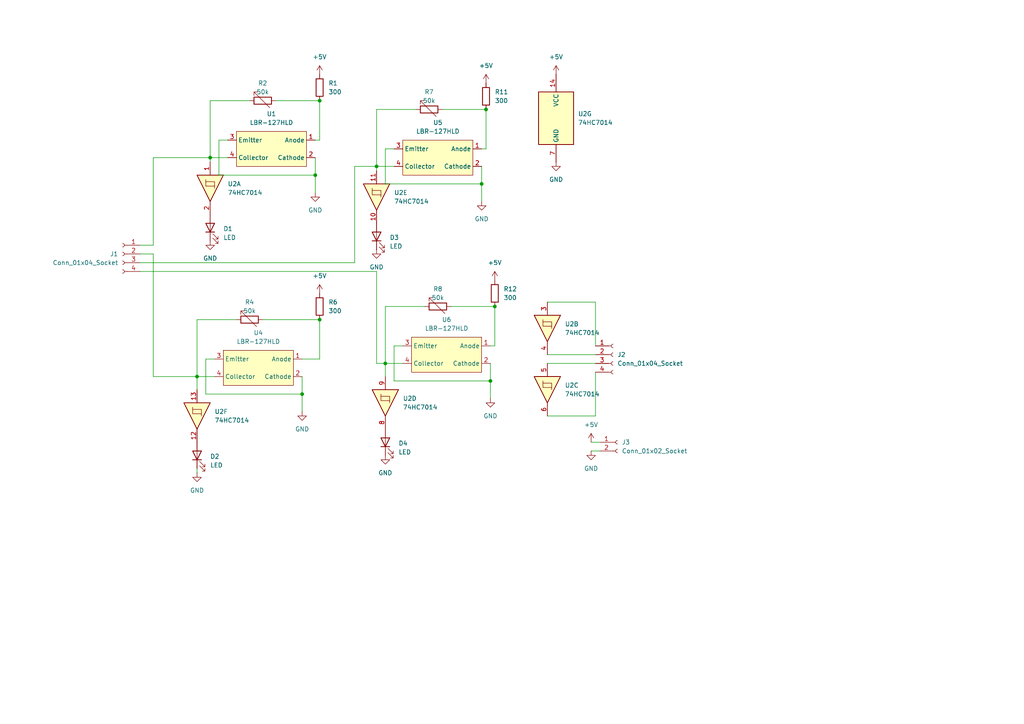
<source format=kicad_sch>
(kicad_sch (version 20231120) (generator "eeschema") (generator_version "8.0")
  (paper "A4")
  (lib_symbols
    (symbol "74xx:74HC7014"
      (property "Reference" "U" (at 0 1.27 0))
      (property "Value" "74HC7014" (at 0 -1.27 0))
      (symbol "74HC7014_1_1"
        (polyline (pts (xy -1.905 -1.27) (xy -1.905 1.27) (xy -0.635 1.27)))
        (polyline (pts (xy -3.81 3.81) (xy -3.81 -3.81) (xy 3.81 0) (xy -3.81 3.81)) (stroke (width 0.254)) (fill (type background)))
        (polyline (pts (xy -2.54 -1.27) (xy -0.635 -1.27) (xy -0.635 1.27) (xy 0 1.27)))
        (pin input line (at -7.62 0 0) (length 3.81) (name "~") (number "1"))
        (pin output line (at 7.62 0 180) (length 3.81) (name "~") (number "2"))
      )
      (symbol "74HC7014_2_1"
        (polyline (pts (xy -1.905 -1.27) (xy -1.905 1.27) (xy -0.635 1.27)))
        (polyline (pts (xy -3.81 3.81) (xy -3.81 -3.81) (xy 3.81 0) (xy -3.81 3.81)) (stroke (width 0.254)) (fill (type background)))
        (polyline (pts (xy -2.54 -1.27) (xy -0.635 -1.27) (xy -0.635 1.27) (xy 0 1.27)))
        (pin input line (at -7.62 0 0) (length 3.81) (name "~") (number "3"))
        (pin output line (at 7.62 0 180) (length 3.81) (name "~") (number "4"))
      )
      (symbol "74HC7014_3_1"
        (polyline (pts (xy -1.905 -1.27) (xy -1.905 1.27) (xy -0.635 1.27)))
        (polyline (pts (xy -3.81 3.81) (xy -3.81 -3.81) (xy 3.81 0) (xy -3.81 3.81)) (stroke (width 0.254)) (fill (type background)))
        (polyline (pts (xy -2.54 -1.27) (xy -0.635 -1.27) (xy -0.635 1.27) (xy 0 1.27)))
        (pin input line (at -7.62 0 0) (length 3.81) (name "~") (number "5"))
        (pin output line (at 7.62 0 180) (length 3.81) (name "~") (number "6"))
      )
      (symbol "74HC7014_4_1"
        (polyline (pts (xy -1.905 -1.27) (xy -1.905 1.27) (xy -0.635 1.27)))
        (polyline (pts (xy -3.81 3.81) (xy -3.81 -3.81) (xy 3.81 0) (xy -3.81 3.81)) (stroke (width 0.254)) (fill (type background)))
        (polyline (pts (xy -2.54 -1.27) (xy -0.635 -1.27) (xy -0.635 1.27) (xy 0 1.27)))
        (pin output line (at 7.62 0 180) (length 3.81) (name "~") (number "8"))
        (pin input line (at -7.62 0 0) (length 3.81) (name "~") (number "9"))
      )
      (symbol "74HC7014_5_1"
        (polyline (pts (xy -1.905 -1.27) (xy -1.905 1.27) (xy -0.635 1.27)))
        (polyline (pts (xy -3.81 3.81) (xy -3.81 -3.81) (xy 3.81 0) (xy -3.81 3.81)) (stroke (width 0.254)) (fill (type background)))
        (polyline (pts (xy -2.54 -1.27) (xy -0.635 -1.27) (xy -0.635 1.27) (xy 0 1.27)))
        (pin output line (at 7.62 0 180) (length 3.81) (name "~") (number "10"))
        (pin input line (at -7.62 0 0) (length 3.81) (name "~") (number "11"))
      )
      (symbol "74HC7014_6_1"
        (polyline (pts (xy -1.905 -1.27) (xy -1.905 1.27) (xy -0.635 1.27)))
        (polyline (pts (xy -3.81 3.81) (xy -3.81 -3.81) (xy 3.81 0) (xy -3.81 3.81)) (stroke (width 0.254)) (fill (type background)))
        (polyline (pts (xy -2.54 -1.27) (xy -0.635 -1.27) (xy -0.635 1.27) (xy 0 1.27)))
        (pin output line (at 7.62 0 180) (length 3.81) (name "~") (number "12"))
        (pin input line (at -7.62 0 0) (length 3.81) (name "~") (number "13"))
      )
      (symbol "74HC7014_7_1"
        (rectangle (start -5.08 7.62) (end 5.08 -7.62) (stroke (width 0.254)) (fill (type background)))
        (pin power_in line (at 0 12.7 270) (length 5.08) (name "VCC") (number "14"))
        (pin power_in line (at 0 -12.7 90) (length 5.08) (name "GND") (number "7"))
      )
    )
    (symbol "Connector:Conn_01x02_Socket" (pin_names (offset 1.016) hide)
      (property "Reference" "J" (at 0 2.54 0))
      (property "Value" "Conn_01x02_Socket" (at 0 -5.08 0))
      (symbol "Conn_01x02_Socket_1_1"
        (arc (start 0 -2.032) (mid -0.5058 -2.54) (end 0 -3.048) (stroke (width 0.1524)))
        (polyline (pts (xy -1.27 -2.54) (xy -0.508 -2.54)) (stroke (width 0.1524)))
        (polyline (pts (xy -1.27 0) (xy -0.508 0)) (stroke (width 0.1524)))
        (arc (start 0 0.508) (mid -0.5058 0) (end 0 -0.508) (stroke (width 0.1524)))
        (pin passive line (at -5.08 0 0) (length 3.81) (name "Pin_1") (number "1"))
        (pin passive line (at -5.08 -2.54 0) (length 3.81) (name "Pin_2") (number "2"))
      )
    )
    (symbol "Connector:Conn_01x04_Socket" (pin_names (offset 1.016) hide)
      (property "Reference" "J" (at 0 5.08 0))
      (property "Value" "Conn_01x04_Socket" (at 0 -7.62 0))
      (symbol "Conn_01x04_Socket_1_1"
        (arc (start 0 -4.572) (mid -0.5058 -5.08) (end 0 -5.588) (stroke (width 0.1524)))
        (arc (start 0 -2.032) (mid -0.5058 -2.54) (end 0 -3.048) (stroke (width 0.1524)))
        (polyline (pts (xy -1.27 -5.08) (xy -0.508 -5.08)) (stroke (width 0.1524)))
        (polyline (pts (xy -1.27 -2.54) (xy -0.508 -2.54)) (stroke (width 0.1524)))
        (polyline (pts (xy -1.27 0) (xy -0.508 0)) (stroke (width 0.1524)))
        (polyline (pts (xy -1.27 2.54) (xy -0.508 2.54)) (stroke (width 0.1524)))
        (arc (start 0 0.508) (mid -0.5058 0) (end 0 -0.508) (stroke (width 0.1524)))
        (arc (start 0 3.048) (mid -0.5058 2.54) (end 0 2.032) (stroke (width 0.1524)))
        (pin passive line (at -5.08 2.54 0) (length 3.81) (name "Pin_1") (number "1"))
        (pin passive line (at -5.08 0 0) (length 3.81) (name "Pin_2") (number "2"))
        (pin passive line (at -5.08 -2.54 0) (length 3.81) (name "Pin_3") (number "3"))
        (pin passive line (at -5.08 -5.08 0) (length 3.81) (name "Pin_4") (number "4"))
      )
    )
    (symbol "Device:LED" (pin_numbers hide) (pin_names (offset 1.016) hide)
      (property "Reference" "D" (at 0 2.54 0))
      (property "Value" "LED" (at 0 -2.54 0))
      (symbol "LED_0_1"
        (polyline (pts (xy -1.27 -1.27) (xy -1.27 1.27)) (stroke (width 0.254)))
        (polyline (pts (xy -1.27 0) (xy 1.27 0)))
        (polyline (pts (xy 1.27 -1.27) (xy 1.27 1.27) (xy -1.27 0) (xy 1.27 -1.27)) (stroke (width 0.254)))
        (polyline (pts (xy -3.048 -0.762) (xy -4.572 -2.286) (xy -3.81 -2.286) (xy -4.572 -2.286) (xy -4.572 -1.524)))
        (polyline (pts (xy -1.778 -0.762) (xy -3.302 -2.286) (xy -2.54 -2.286) (xy -3.302 -2.286) (xy -3.302 -1.524)))
      )
      (symbol "LED_1_1"
        (pin passive line (at -3.81 0 0) (length 2.54) (name "K") (number "1"))
        (pin passive line (at 3.81 0 180) (length 2.54) (name "A") (number "2"))
      )
    )
    (symbol "Device:R" (pin_numbers hide) (pin_names (offset 0))
      (property "Reference" "R" (at 2.032 0 90))
      (property "Value" "R" (at 0 0 90))
      (symbol "R_0_1"
        (rectangle (start -1.016 -2.54) (end 1.016 2.54) (stroke (width 0.254)))
      )
      (symbol "R_1_1"
        (pin passive line (at 0 3.81 270) (length 1.27) (name "~") (number "1"))
        (pin passive line (at 0 -3.81 90) (length 1.27) (name "~") (number "2"))
      )
    )
    (symbol "Device:R_Variable" (pin_numbers hide) (pin_names (offset 0))
      (property "Reference" "R" (at 2.54 -2.54 90))
      (property "Value" "R_Variable" (at -2.54 -1.27 90))
      (symbol "R_Variable_0_1"
        (rectangle (start -1.016 -2.54) (end 1.016 2.54) (stroke (width 0.254)))
        (polyline (pts (xy 2.54 1.524) (xy 2.54 2.54) (xy 1.524 2.54) (xy 2.54 2.54) (xy -2.032 -2.032)))
      )
      (symbol "R_Variable_1_1"
        (pin passive line (at 0 3.81 270) (length 1.27) (name "~") (number "1"))
        (pin passive line (at 0 -3.81 90) (length 1.27) (name "~") (number "2"))
      )
    )
    (symbol "LBR-127HLD:LBR-127HLD"
      (property "Reference" "U" (at 0 8.89 0))
      (property "Value" "LBR-127HLD" (at 0 6.35 0))
      (symbol "LBR-127HLD_1_1"
        (rectangle (start -10.16 5.08) (end 10.16 -5.08) (fill (type background)))
        (pin input line (at 12.7 2.54 180) (length 2.54) (name "Anode") (number "1"))
        (pin output line (at 12.7 -2.54 180) (length 2.54) (name "Cathode") (number "2"))
        (pin input line (at -12.7 2.54 0) (length 2.54) (name "Emitter") (number "3"))
        (pin output line (at -12.7 -2.54 0) (length 2.54) (name "Collector") (number "4"))
      )
    )
    (symbol "power:+5V" (power) (pin_numbers hide) (pin_names (offset 0) hide)
      (property "Value" "+5V" (at 0 3.556 0))
      (symbol "+5V_0_1"
        (polyline (pts (xy -0.762 1.27) (xy 0 2.54)))
        (polyline (pts (xy 0 0) (xy 0 2.54)))
        (polyline (pts (xy 0 2.54) (xy 0.762 1.27)))
      )
      (symbol "+5V_1_1"
        (pin power_in line (at 0 0 90) (length 0) (name "~") (number "1"))
      )
    )
    (symbol "power:GND" (power) (pin_numbers hide) (pin_names (offset 0) hide)
      (property "Value" "GND" (at 0 -3.81 0))
      (symbol "GND_0_1"
        (polyline (pts (xy 0 0) (xy 0 -1.27) (xy 1.27 -1.27) (xy 0 -2.54) (xy -1.27 -1.27) (xy 0 -1.27)))
      )
      (symbol "GND_1_1"
        (pin power_in line (at 0 0 270) (length 0) (name "~") (number "1"))
      )
    )
  )
  (junction (at 92.71 29.21))
  (junction (at 143.51 88.9))
  (junction (at 142.24 110.49))
  (junction (at 87.63 114.3))
  (junction (at 139.7 53.34))
  (junction (at 92.71 92.71))
  (junction (at 140.97 31.75))
  (junction (at 111.76 105.41))
  (junction (at 60.96 45.72))
  (junction (at 57.15 109.22))
  (junction (at 91.44 50.8))
  (junction (at 109.22 48.26))
  (wire (pts (xy 91.44 45.72) (xy 91.44 50.8)))
  (wire (pts (xy 87.63 104.14) (xy 92.71 104.14)))
  (wire (pts (xy 92.71 29.21) (xy 92.71 40.64)))
  (wire (pts (xy 76.2 92.71) (xy 92.71 92.71)))
  (wire (pts (xy 143.51 88.9) (xy 143.51 100.33)))
  (wire (pts (xy 63.5 40.64) (xy 63.5 50.8)))
  (wire (pts (xy 172.72 100.33) (xy 172.72 87.63)))
  (wire (pts (xy 111.76 105.41) (xy 111.76 109.22)))
  (wire (pts (xy 158.75 120.65) (xy 172.72 120.65)))
  (wire (pts (xy 116.84 100.33) (xy 114.3 100.33)))
  (wire (pts (xy 142.24 110.49) (xy 114.3 110.49)))
  (wire (pts (xy 140.97 31.75) (xy 140.97 43.18)))
  (wire (pts (xy 102.87 76.2) (xy 40.64 76.2)))
  (wire (pts (xy 92.71 92.71) (xy 92.71 104.14)))
  (wire (pts (xy 171.45 130.81) (xy 173.99 130.81)))
  (wire (pts (xy 111.76 105.41) (xy 116.84 105.41)))
  (wire (pts (xy 102.87 48.26) (xy 109.22 48.26)))
  (wire (pts (xy 139.7 48.26) (xy 139.7 53.34)))
  (wire (pts (xy 44.45 73.66) (xy 40.64 73.66)))
  (wire (pts (xy 158.75 87.63) (xy 172.72 87.63)))
  (wire (pts (xy 142.24 110.49) (xy 142.24 115.57)))
  (wire (pts (xy 60.96 29.21) (xy 60.96 45.72)))
  (wire (pts (xy 57.15 137.16) (xy 57.15 135.89)))
  (wire (pts (xy 87.63 114.3) (xy 59.69 114.3)))
  (wire (pts (xy 139.7 53.34) (xy 111.76 53.34)))
  (wire (pts (xy 111.76 43.18) (xy 111.76 53.34)))
  (wire (pts (xy 172.72 120.65) (xy 172.72 107.95)))
  (wire (pts (xy 114.3 100.33) (xy 114.3 110.49)))
  (wire (pts (xy 87.63 114.3) (xy 87.63 119.38)))
  (wire (pts (xy 87.63 109.22) (xy 87.63 114.3)))
  (wire (pts (xy 171.45 128.27) (xy 173.99 128.27)))
  (wire (pts (xy 139.7 53.34) (xy 139.7 58.42)))
  (wire (pts (xy 123.19 88.9) (xy 111.76 88.9)))
  (wire (pts (xy 142.24 100.33) (xy 143.51 100.33)))
  (wire (pts (xy 109.22 49.53) (xy 109.22 48.26)))
  (wire (pts (xy 142.24 105.41) (xy 142.24 110.49)))
  (wire (pts (xy 114.3 43.18) (xy 111.76 43.18)))
  (wire (pts (xy 80.01 29.21) (xy 92.71 29.21)))
  (wire (pts (xy 91.44 50.8) (xy 91.44 55.88)))
  (wire (pts (xy 57.15 92.71) (xy 57.15 109.22)))
  (wire (pts (xy 57.15 109.22) (xy 57.15 113.03)))
  (wire (pts (xy 91.44 40.64) (xy 92.71 40.64)))
  (wire (pts (xy 44.45 71.12) (xy 40.64 71.12)))
  (wire (pts (xy 44.45 109.22) (xy 57.15 109.22)))
  (wire (pts (xy 44.45 71.12) (xy 44.45 45.72)))
  (wire (pts (xy 40.64 78.74) (xy 109.22 78.74)))
  (wire (pts (xy 130.81 88.9) (xy 143.51 88.9)))
  (wire (pts (xy 128.27 31.75) (xy 140.97 31.75)))
  (wire (pts (xy 62.23 104.14) (xy 59.69 104.14)))
  (wire (pts (xy 57.15 109.22) (xy 62.23 109.22)))
  (wire (pts (xy 109.22 48.26) (xy 114.3 48.26)))
  (wire (pts (xy 120.65 31.75) (xy 109.22 31.75)))
  (wire (pts (xy 60.96 45.72) (xy 66.04 45.72)))
  (wire (pts (xy 139.7 43.18) (xy 140.97 43.18)))
  (wire (pts (xy 102.87 76.2) (xy 102.87 48.26)))
  (wire (pts (xy 111.76 88.9) (xy 111.76 105.41)))
  (wire (pts (xy 109.22 78.74) (xy 109.22 105.41)))
  (wire (pts (xy 158.75 105.41) (xy 172.72 105.41)))
  (wire (pts (xy 109.22 31.75) (xy 109.22 48.26)))
  (wire (pts (xy 44.45 45.72) (xy 60.96 45.72)))
  (wire (pts (xy 91.44 50.8) (xy 63.5 50.8)))
  (wire (pts (xy 60.96 45.72) (xy 60.96 46.99)))
  (wire (pts (xy 66.04 40.64) (xy 63.5 40.64)))
  (wire (pts (xy 109.22 105.41) (xy 111.76 105.41)))
  (wire (pts (xy 68.58 92.71) (xy 57.15 92.71)))
  (wire (pts (xy 158.75 102.87) (xy 172.72 102.87)))
  (wire (pts (xy 59.69 104.14) (xy 59.69 114.3)))
  (wire (pts (xy 72.39 29.21) (xy 60.96 29.21)))
  (wire (pts (xy 44.45 73.66) (xy 44.45 109.22)))
  (symbol (lib_id "Device:LED") (at 57.15 132.08 90) (unit 1)
    (property "Reference" "D2" (at 60.96 132.3974 90) (effects (justify right)))
    (property "Value" "LED" (at 60.96 134.9374 90) (effects (justify right)))
    (property "Footprint" "LED_THT:LED_D3.0mm" (effects (hide yes)))
    (property "Description" "Light emitting diode" (effects (hide yes)))
  )
  (symbol (lib_id "74xx:74HC7014") (at 161.29 34.29 0) (unit 7)
    (property "Reference" "U2" (at 167.64 33.0199 0) (effects (justify left)))
    (property "Value" "74HC7014" (at 167.64 35.5599 0) (effects (justify left)))
    (property "Footprint" "Package_DIP:DIP-14_W7.62mm_Socket" (effects (hide yes)))
    (property "Datasheet" "https://assets.nexperia.com/documents/data-sheet/74HC7014.pdf" (effects (hide yes)))
    (property "Description" "Hex non-inverting buffer with precision Schmitt Trigger inputs, SOIC-14" (effects (hide yes)))
  )
  (symbol (lib_id "Connector:Conn_01x02_Socket") (at 179.07 128.27 0) (unit 1)
    (property "Reference" "J3" (at 180.34 128.2699 0) (effects (justify left)))
    (property "Value" "Conn_01x02_Socket" (at 180.34 130.8099 0) (effects (justify left)))
    (property "Footprint" "Connector_PinHeader_2.54mm:PinHeader_1x02_P2.54mm_Vertical" (effects (hide yes)))
    (property "Description" "Generic connector, single row, 01x02, script generated" (effects (hide yes)))
  )
  (symbol (lib_id "power:GND") (at 139.7 58.42 0) (unit 1)
    (property "Reference" "#PWR09" (effects (hide yes)))
    (property "Value" "GND" (at 139.7 63.5 0))
    (property "Description" "Power symbol creates a global label with name \"GND\" , ground" (effects (hide yes)))
  )
  (symbol (lib_id "Connector:Conn_01x04_Socket") (at 177.8 102.87 0) (unit 1)
    (property "Reference" "J2" (at 179.07 102.8699 0) (effects (justify left)))
    (property "Value" "Conn_01x04_Socket" (at 179.07 105.4099 0) (effects (justify left)))
    (property "Footprint" "Connector_PinHeader_2.54mm:PinHeader_1x04_P2.54mm_Vertical" (effects (hide yes)))
    (property "Description" "Generic connector, single row, 01x04, script generated" (effects (hide yes)))
  )
  (symbol (lib_id "power:GND") (at 87.63 119.38 0) (unit 1)
    (property "Reference" "#PWR05" (effects (hide yes)))
    (property "Value" "GND" (at 87.63 124.46 0))
    (property "Description" "Power symbol creates a global label with name \"GND\" , ground" (effects (hide yes)))
  )
  (symbol (lib_id "power:+5V") (at 140.97 24.13 0) (unit 1)
    (property "Reference" "#PWR010" (effects (hide yes)))
    (property "Value" "+5V" (at 140.97 19.05 0))
    (property "Description" "Power symbol creates a global label with name \"+5V\"" (effects (hide yes)))
  )
  (symbol (lib_id "LBR-127HLD:LBR-127HLD") (at 78.74 43.18 0) (unit 1)
    (property "Reference" "U1" (at 78.74 33.02 0))
    (property "Value" "LBR-127HLD" (at 78.74 35.56 0))
    (property "Footprint" "LBR-127HLD:LBR-127HLD" (effects (hide yes)))
    (property "Datasheet" "https://www.letex.com.tw/page/product/download.ashx?num=474" (effects (hide yes)))
    (property "Description" "A reflective object sensor. Made by Letex Technology Corp." (effects (hide yes)))
  )
  (symbol (lib_id "Device:R") (at 92.71 25.4 0) (unit 1)
    (property "Reference" "R1" (at 95.25 24.1299 0) (effects (justify left)))
    (property "Value" "300" (at 95.25 26.6699 0) (effects (justify left)))
    (property "Footprint" "Resistor_THT:R_Axial_DIN0204_L3.6mm_D1.6mm_P5.08mm_Horizontal" (effects (hide yes)))
    (property "Description" "Resistor" (effects (hide yes)))
  )
  (symbol (lib_id "Device:R_Variable") (at 72.39 92.71 90) (unit 1)
    (property "Reference" "R4" (at 72.39 87.63 90))
    (property "Value" "50k" (at 72.39 90.17 90))
    (property "Footprint" "Potentiometer_THT:Potentiometer_Bourns_3386P_Vertical" (effects (hide yes)))
    (property "Description" "Variable resistor" (effects (hide yes)))
  )
  (symbol (lib_id "power:GND") (at 57.15 137.16 0) (unit 1)
    (property "Reference" "#PWR04" (effects (hide yes)))
    (property "Value" "GND" (at 57.15 142.24 0))
    (property "Description" "Power symbol creates a global label with name \"GND\" , ground" (effects (hide yes)))
  )
  (symbol (lib_id "Device:R") (at 92.71 88.9 0) (unit 1)
    (property "Reference" "R6" (at 95.25 87.6299 0) (effects (justify left)))
    (property "Value" "300" (at 95.25 90.1699 0) (effects (justify left)))
    (property "Footprint" "Resistor_THT:R_Axial_DIN0204_L3.6mm_D1.6mm_P5.08mm_Horizontal" (effects (hide yes)))
    (property "Description" "Resistor" (effects (hide yes)))
  )
  (symbol (lib_id "Device:LED") (at 60.96 66.04 90) (unit 1)
    (property "Reference" "D1" (at 64.77 66.3574 90) (effects (justify right)))
    (property "Value" "LED" (at 64.77 68.8974 90) (effects (justify right)))
    (property "Footprint" "LED_THT:LED_D3.0mm" (effects (hide yes)))
    (property "Description" "Light emitting diode" (effects (hide yes)))
  )
  (symbol (lib_id "74xx:74HC7014") (at 60.96 54.61 270) (unit 1)
    (property "Reference" "U2" (at 66.04 53.3399 90) (effects (justify left)))
    (property "Value" "74HC7014" (at 66.04 55.8799 90) (effects (justify left)))
    (property "Footprint" "Package_DIP:DIP-14_W7.62mm_Socket" (effects (hide yes)))
    (property "Datasheet" "https://assets.nexperia.com/documents/data-sheet/74HC7014.pdf" (effects (hide yes)))
    (property "Description" "Hex non-inverting buffer with precision Schmitt Trigger inputs, SOIC-14" (effects (hide yes)))
  )
  (symbol (lib_id "power:GND") (at 142.24 115.57 0) (unit 1)
    (property "Reference" "#PWR011" (effects (hide yes)))
    (property "Value" "GND" (at 142.24 120.65 0))
    (property "Description" "Power symbol creates a global label with name \"GND\" , ground" (effects (hide yes)))
  )
  (symbol (lib_id "power:+5V") (at 161.29 21.59 0) (unit 1)
    (property "Reference" "#PWR013" (effects (hide yes)))
    (property "Value" "+5V" (at 161.29 16.51 0))
    (property "Description" "Power symbol creates a global label with name \"+5V\"" (effects (hide yes)))
  )
  (symbol (lib_id "Connector:Conn_01x04_Socket") (at 35.56 73.66 0) (mirror y) (unit 1)
    (property "Reference" "J1" (at 34.29 73.6599 0) (effects (justify left)))
    (property "Value" "Conn_01x04_Socket" (at 34.29 76.1999 0) (effects (justify left)))
    (property "Footprint" "Connector_PinHeader_2.54mm:PinHeader_1x04_P2.54mm_Vertical" (effects (hide yes)))
    (property "Description" "Generic connector, single row, 01x04, script generated" (effects (hide yes)))
  )
  (symbol (lib_id "74xx:74HC7014") (at 111.76 116.84 270) (unit 4)
    (property "Reference" "U2" (at 116.84 115.5699 90) (effects (justify left)))
    (property "Value" "74HC7014" (at 116.84 118.1099 90) (effects (justify left)))
    (property "Footprint" "Package_DIP:DIP-14_W7.62mm_Socket" (effects (hide yes)))
    (property "Datasheet" "https://assets.nexperia.com/documents/data-sheet/74HC7014.pdf" (effects (hide yes)))
    (property "Description" "Hex non-inverting buffer with precision Schmitt Trigger inputs, SOIC-14" (effects (hide yes)))
  )
  (symbol (lib_id "Device:LED") (at 109.22 68.58 90) (unit 1)
    (property "Reference" "D3" (at 113.03 68.8974 90) (effects (justify right)))
    (property "Value" "LED" (at 113.03 71.4374 90) (effects (justify right)))
    (property "Footprint" "LED_THT:LED_D3.0mm" (effects (hide yes)))
    (property "Description" "Light emitting diode" (effects (hide yes)))
  )
  (symbol (lib_id "power:GND") (at 60.96 69.85 0) (unit 1)
    (property "Reference" "#PWR03" (effects (hide yes)))
    (property "Value" "GND" (at 60.96 74.93 0))
    (property "Description" "Power symbol creates a global label with name \"GND\" , ground" (effects (hide yes)))
  )
  (symbol (lib_id "power:+5V") (at 92.71 21.59 0) (unit 1)
    (property "Reference" "#PWR01" (effects (hide yes)))
    (property "Value" "+5V" (at 92.71 16.51 0))
    (property "Description" "Power symbol creates a global label with name \"+5V\"" (effects (hide yes)))
  )
  (symbol (lib_id "Device:R_Variable") (at 127 88.9 90) (unit 1)
    (property "Reference" "R8" (at 127 83.82 90))
    (property "Value" "50k" (at 127 86.36 90))
    (property "Footprint" "Potentiometer_THT:Potentiometer_Bourns_3386P_Vertical" (effects (hide yes)))
    (property "Description" "Variable resistor" (effects (hide yes)))
  )
  (symbol (lib_id "power:GND") (at 111.76 132.08 0) (unit 1)
    (property "Reference" "#PWR08" (effects (hide yes)))
    (property "Value" "GND" (at 111.76 137.16 0))
    (property "Description" "Power symbol creates a global label with name \"GND\" , ground" (effects (hide yes)))
  )
  (symbol (lib_id "power:+5V") (at 92.71 85.09 0) (unit 1)
    (property "Reference" "#PWR06" (effects (hide yes)))
    (property "Value" "+5V" (at 92.71 80.01 0))
    (property "Description" "Power symbol creates a global label with name \"+5V\"" (effects (hide yes)))
  )
  (symbol (lib_id "74xx:74HC7014") (at 109.22 57.15 270) (unit 5)
    (property "Reference" "U2" (at 114.3 55.8799 90) (effects (justify left)))
    (property "Value" "74HC7014" (at 114.3 58.4199 90) (effects (justify left)))
    (property "Footprint" "Package_DIP:DIP-14_W7.62mm_Socket" (effects (hide yes)))
    (property "Datasheet" "https://assets.nexperia.com/documents/data-sheet/74HC7014.pdf" (effects (hide yes)))
    (property "Description" "Hex non-inverting buffer with precision Schmitt Trigger inputs, SOIC-14" (effects (hide yes)))
  )
  (symbol (lib_id "74xx:74HC7014") (at 158.75 95.25 270) (unit 2)
    (property "Reference" "U2" (at 163.83 93.9799 90) (effects (justify left)))
    (property "Value" "74HC7014" (at 163.83 96.5199 90) (effects (justify left)))
    (property "Footprint" "Package_DIP:DIP-14_W7.62mm_Socket" (effects (hide yes)))
    (property "Datasheet" "https://assets.nexperia.com/documents/data-sheet/74HC7014.pdf" (effects (hide yes)))
    (property "Description" "Hex non-inverting buffer with precision Schmitt Trigger inputs, SOIC-14" (effects (hide yes)))
  )
  (symbol (lib_id "power:GND") (at 171.45 130.81 0) (unit 1)
    (property "Reference" "#PWR016" (effects (hide yes)))
    (property "Value" "GND" (at 171.45 135.89 0))
    (property "Description" "Power symbol creates a global label with name \"GND\" , ground" (effects (hide yes)))
  )
  (symbol (lib_id "power:GND") (at 161.29 46.99 0) (unit 1)
    (property "Reference" "#PWR014" (effects (hide yes)))
    (property "Value" "GND" (at 161.29 52.07 0))
    (property "Description" "Power symbol creates a global label with name \"GND\" , ground" (effects (hide yes)))
  )
  (symbol (lib_id "Device:R") (at 140.97 27.94 180) (unit 1)
    (property "Reference" "R11" (at 143.51 26.6699 0) (effects (justify right)))
    (property "Value" "300" (at 143.51 29.2099 0) (effects (justify right)))
    (property "Footprint" "Resistor_THT:R_Axial_DIN0204_L3.6mm_D1.6mm_P5.08mm_Horizontal" (effects (hide yes)))
    (property "Description" "Resistor" (effects (hide yes)))
  )
  (symbol (lib_id "74xx:74HC7014") (at 57.15 120.65 270) (unit 6)
    (property "Reference" "U2" (at 62.23 119.3799 90) (effects (justify left)))
    (property "Value" "74HC7014" (at 62.23 121.9199 90) (effects (justify left)))
    (property "Footprint" "Package_DIP:DIP-14_W7.62mm_Socket" (effects (hide yes)))
    (property "Datasheet" "https://assets.nexperia.com/documents/data-sheet/74HC7014.pdf" (effects (hide yes)))
    (property "Description" "Hex non-inverting buffer with precision Schmitt Trigger inputs, SOIC-14" (effects (hide yes)))
  )
  (symbol (lib_id "LBR-127HLD:LBR-127HLD") (at 129.54 102.87 0) (unit 1)
    (property "Reference" "U6" (at 129.54 92.71 0))
    (property "Value" "LBR-127HLD" (at 129.54 95.25 0))
    (property "Footprint" "LBR-127HLD:LBR-127HLD" (effects (hide yes)))
    (property "Datasheet" "https://www.letex.com.tw/page/product/download.ashx?num=474" (effects (hide yes)))
    (property "Description" "A reflective object sensor. Made by Letex Technology Corp." (effects (hide yes)))
  )
  (symbol (lib_id "power:GND") (at 109.22 72.39 0) (unit 1)
    (property "Reference" "#PWR07" (effects (hide yes)))
    (property "Value" "GND" (at 109.22 77.47 0))
    (property "Description" "Power symbol creates a global label with name \"GND\" , ground" (effects (hide yes)))
  )
  (symbol (lib_id "Device:R_Variable") (at 124.46 31.75 90) (unit 1)
    (property "Reference" "R7" (at 124.46 26.67 90))
    (property "Value" "50k" (at 124.46 29.21 90))
    (property "Footprint" "Potentiometer_THT:Potentiometer_Bourns_3386P_Vertical" (effects (hide yes)))
    (property "Description" "Variable resistor" (effects (hide yes)))
  )
  (symbol (lib_id "LBR-127HLD:LBR-127HLD") (at 74.93 106.68 0) (unit 1)
    (property "Reference" "U4" (at 74.93 96.52 0))
    (property "Value" "LBR-127HLD" (at 74.93 99.06 0))
    (property "Footprint" "LBR-127HLD:LBR-127HLD" (effects (hide yes)))
    (property "Datasheet" "https://www.letex.com.tw/page/product/download.ashx?num=474" (effects (hide yes)))
    (property "Description" "A reflective object sensor. Made by Letex Technology Corp." (effects (hide yes)))
  )
  (symbol (lib_id "Device:LED") (at 111.76 128.27 90) (unit 1)
    (property "Reference" "D4" (at 115.57 128.5874 90) (effects (justify right)))
    (property "Value" "LED" (at 115.57 131.1274 90) (effects (justify right)))
    (property "Footprint" "LED_THT:LED_D3.0mm" (effects (hide yes)))
    (property "Description" "Light emitting diode" (effects (hide yes)))
  )
  (symbol (lib_id "power:+5V") (at 171.45 128.27 0) (unit 1)
    (property "Reference" "#PWR015" (effects (hide yes)))
    (property "Value" "+5V" (at 171.45 123.19 0))
    (property "Description" "Power symbol creates a global label with name \"+5V\"" (effects (hide yes)))
  )
  (symbol (lib_id "74xx:74HC7014") (at 158.75 113.03 270) (unit 3)
    (property "Reference" "U2" (at 163.83 111.7599 90) (effects (justify left)))
    (property "Value" "74HC7014" (at 163.83 114.2999 90) (effects (justify left)))
    (property "Footprint" "Package_DIP:DIP-14_W7.62mm_Socket" (effects (hide yes)))
    (property "Datasheet" "https://assets.nexperia.com/documents/data-sheet/74HC7014.pdf" (effects (hide yes)))
    (property "Description" "Hex non-inverting buffer with precision Schmitt Trigger inputs, SOIC-14" (effects (hide yes)))
  )
  (symbol (lib_id "Device:R") (at 143.51 85.09 0) (unit 1)
    (property "Reference" "R12" (at 146.05 83.8199 0) (effects (justify left)))
    (property "Value" "300" (at 146.05 86.3599 0) (effects (justify left)))
    (property "Footprint" "Resistor_THT:R_Axial_DIN0204_L3.6mm_D1.6mm_P5.08mm_Horizontal" (effects (hide yes)))
    (property "Description" "Resistor" (effects (hide yes)))
  )
  (symbol (lib_id "Device:R_Variable") (at 76.2 29.21 90) (unit 1)
    (property "Reference" "R2" (at 76.2 24.13 90))
    (property "Value" "50k" (at 76.2 26.67 90))
    (property "Footprint" "Potentiometer_THT:Potentiometer_Bourns_3386P_Vertical" (effects (hide yes)))
    (property "Description" "Variable resistor" (effects (hide yes)))
  )
  (symbol (lib_id "power:GND") (at 91.44 55.88 0) (unit 1)
    (property "Reference" "#PWR02" (effects (hide yes)))
    (property "Value" "GND" (at 91.44 60.96 0))
    (property "Description" "Power symbol creates a global label with name \"GND\" , ground" (effects (hide yes)))
  )
  (symbol (lib_id "power:+5V") (at 143.51 81.28 0) (unit 1)
    (property "Reference" "#PWR012" (effects (hide yes)))
    (property "Value" "+5V" (at 143.51 76.2 0))
    (property "Description" "Power symbol creates a global label with name \"+5V\"" (effects (hide yes)))
  )
  (symbol (lib_id "LBR-127HLD:LBR-127HLD") (at 127 45.72 0) (unit 1)
    (property "Reference" "U5" (at 127 35.56 0))
    (property "Value" "LBR-127HLD" (at 127 38.1 0))
    (property "Footprint" "LBR-127HLD:LBR-127HLD" (effects (hide yes)))
    (property "Datasheet" "https://www.letex.com.tw/page/product/download.ashx?num=474" (effects (hide yes)))
    (property "Description" "A reflective object sensor. Made by Letex Technology Corp." (effects (hide yes)))
  )
)
</source>
